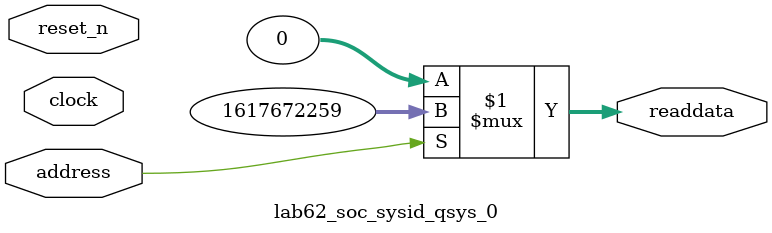
<source format=v>



// synthesis translate_off
`timescale 1ns / 1ps
// synthesis translate_on

// turn off superfluous verilog processor warnings 
// altera message_level Level1 
// altera message_off 10034 10035 10036 10037 10230 10240 10030 

module lab62_soc_sysid_qsys_0 (
               // inputs:
                address,
                clock,
                reset_n,

               // outputs:
                readdata
             )
;

  output  [ 31: 0] readdata;
  input            address;
  input            clock;
  input            reset_n;

  wire    [ 31: 0] readdata;
  //control_slave, which is an e_avalon_slave
  assign readdata = address ? 1617672259 : 0;

endmodule



</source>
